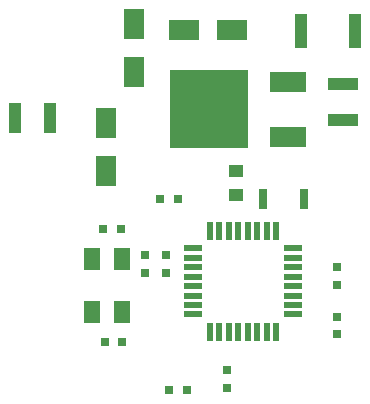
<source format=gtp>
G04 #@! TF.FileFunction,Paste,Top*
%FSLAX46Y46*%
G04 Gerber Fmt 4.6, Leading zero omitted, Abs format (unit mm)*
G04 Created by KiCad (PCBNEW 4.0.1-3.201512221402+6198~38~ubuntu14.04.1-stable) date Tue 12 Jul 2016 08:06:01 PM PDT*
%MOMM*%
G01*
G04 APERTURE LIST*
%ADD10C,0.100000*%
%ADD11R,1.600000X0.550000*%
%ADD12R,0.550000X1.600000*%
%ADD13R,0.800000X1.700000*%
%ADD14R,0.800000X0.750000*%
%ADD15R,2.500000X1.000000*%
%ADD16R,0.750000X0.800000*%
%ADD17R,1.000000X2.500000*%
%ADD18R,1.800860X2.499360*%
%ADD19R,2.499360X1.800860*%
%ADD20R,1.000000X3.000000*%
%ADD21R,1.250000X1.000000*%
%ADD22R,3.048000X1.651000*%
%ADD23R,6.700520X6.700520*%
%ADD24R,1.397000X1.905000*%
G04 APERTURE END LIST*
D10*
D11*
X124197800Y-108401200D03*
X124197800Y-109201200D03*
X124197800Y-110001200D03*
X124197800Y-110801200D03*
X124197800Y-111601200D03*
X124197800Y-112401200D03*
X124197800Y-113201200D03*
X124197800Y-114001200D03*
D12*
X125647800Y-115451200D03*
X126447800Y-115451200D03*
X127247800Y-115451200D03*
X128047800Y-115451200D03*
X128847800Y-115451200D03*
X129647800Y-115451200D03*
X130447800Y-115451200D03*
X131247800Y-115451200D03*
D11*
X132697800Y-114001200D03*
X132697800Y-113201200D03*
X132697800Y-112401200D03*
X132697800Y-111601200D03*
X132697800Y-110801200D03*
X132697800Y-110001200D03*
X132697800Y-109201200D03*
X132697800Y-108401200D03*
D12*
X131247800Y-106951200D03*
X130447800Y-106951200D03*
X129647800Y-106951200D03*
X128847800Y-106951200D03*
X128047800Y-106951200D03*
X127247800Y-106951200D03*
X126447800Y-106951200D03*
X125647800Y-106951200D03*
D13*
X130175000Y-104267000D03*
X133575000Y-104267000D03*
D14*
X122924000Y-104267000D03*
X121424000Y-104267000D03*
D15*
X136906000Y-94512000D03*
X136906000Y-97512000D03*
D14*
X116610000Y-106807000D03*
X118110000Y-106807000D03*
X118225000Y-116332000D03*
X116725000Y-116332000D03*
D16*
X136398000Y-111494000D03*
X136398000Y-109994000D03*
D17*
X112117000Y-97409000D03*
X109117000Y-97409000D03*
D16*
X121920000Y-110490000D03*
X121920000Y-108990000D03*
X120142000Y-110478000D03*
X120142000Y-108978000D03*
X136398000Y-114185000D03*
X136398000Y-115685000D03*
D18*
X119253000Y-89441020D03*
X119253000Y-93438980D03*
D19*
X127474980Y-89916000D03*
X123477020Y-89916000D03*
D18*
X116840000Y-101820980D03*
X116840000Y-97823020D03*
D20*
X137936000Y-90043000D03*
X133336000Y-90043000D03*
D14*
X122186000Y-120396000D03*
X123686000Y-120396000D03*
D21*
X127889000Y-101870000D03*
X127889000Y-103870000D03*
D16*
X127127000Y-118745000D03*
X127127000Y-120245000D03*
D22*
X132252720Y-98948240D03*
D23*
X125603000Y-96647000D03*
D22*
X132252720Y-94345760D03*
D24*
X118186200Y-113792000D03*
X118186200Y-109321600D03*
X115697000Y-113792000D03*
X115697000Y-109321600D03*
M02*

</source>
